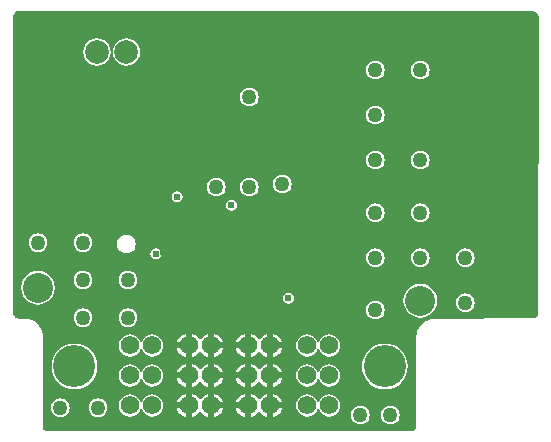
<source format=gbr>
%TF.GenerationSoftware,Altium Limited,Altium Designer,24.2.2 (26)*%
G04 Layer_Physical_Order=3*
G04 Layer_Color=16440176*
%FSLAX45Y45*%
%MOMM*%
%TF.SameCoordinates,E368293F-65CA-4DDE-B1C5-A9725366A021*%
%TF.FilePolarity,Positive*%
%TF.FileFunction,Copper,L3,Inr,Signal*%
%TF.Part,Single*%
G01*
G75*
%TA.AperFunction,ComponentPad*%
%ADD24C,2.54000*%
%ADD25C,2.00000*%
%ADD26C,3.56000*%
%ADD27C,1.56000*%
%TA.AperFunction,ViaPad*%
%ADD28C,1.27000*%
%ADD29C,0.60960*%
%ADD30C,0.71120*%
G36*
X5008849Y3549926D02*
X5008865Y3549929D01*
X5008880Y3549926D01*
X5014292D01*
X5024908Y3547814D01*
X5034907Y3543672D01*
X5043908Y3537658D01*
X5051562Y3530005D01*
X5057576Y3521004D01*
X5061718Y3511005D01*
X5063829Y3500388D01*
Y3495031D01*
X5061213Y991354D01*
X5061218Y991327D01*
X5061213Y991300D01*
Y986987D01*
X5059530Y978525D01*
X5056228Y970554D01*
X5051435Y963381D01*
X5045334Y957279D01*
X5038161Y952486D01*
X5030190Y949185D01*
X5021729Y947502D01*
X5017414D01*
X5017285Y947476D01*
X5017156Y947501D01*
X4183121Y943333D01*
X4181985Y943101D01*
X4180837Y943271D01*
X4170879Y942782D01*
X4167156Y941849D01*
X4163317D01*
X4143783Y937964D01*
X4139069Y936012D01*
X4134066Y935016D01*
X4115665Y927395D01*
X4111424Y924561D01*
X4106711Y922608D01*
X4090150Y911543D01*
X4086543Y907936D01*
X4082301Y905102D01*
X4068218Y891018D01*
X4065385Y886777D01*
X4061777Y883169D01*
X4050711Y866609D01*
X4048759Y861895D01*
X4045925Y857654D01*
X4038303Y839253D01*
X4037308Y834250D01*
X4035356Y829537D01*
X4031470Y810002D01*
Y806163D01*
X4030538Y802440D01*
X4030049Y792482D01*
X4030238Y791206D01*
X4029986Y789940D01*
Y35735D01*
X4028072Y26112D01*
X4024317Y17047D01*
X4018867Y8891D01*
X4011929Y1952D01*
X4003772Y-3498D01*
X3994708Y-7252D01*
X3985086Y-9166D01*
X3980180D01*
X3980160Y-9170D01*
X3980139Y-9166D01*
X910348Y-11596D01*
X906128D01*
X897772Y-9934D01*
X889899Y-6673D01*
X882816Y-1940D01*
X876791Y4085D01*
X872056Y11170D01*
X868796Y19041D01*
X867134Y27398D01*
Y788638D01*
X867073Y788943D01*
X867690Y793102D01*
X867200Y803060D01*
X866268Y806783D01*
Y810621D01*
X862382Y830156D01*
X860430Y834869D01*
X859435Y839872D01*
X851813Y858273D01*
X848979Y862515D01*
X847027Y867228D01*
X835961Y883788D01*
X832354Y887396D01*
X829520Y891637D01*
X815437Y905720D01*
X811196Y908554D01*
X807588Y912162D01*
X791028Y923227D01*
X786314Y925180D01*
X782073Y928014D01*
X763672Y935635D01*
X758669Y936631D01*
X753955Y938583D01*
X734421Y942468D01*
X730582D01*
X726859Y943401D01*
X716901Y943890D01*
X715624Y943701D01*
X714358Y943953D01*
X661194D01*
X651572Y945867D01*
X642508Y949621D01*
X634352Y955071D01*
X627415Y962008D01*
X621965Y970165D01*
X618211Y979228D01*
X616297Y988850D01*
Y993755D01*
X616295Y993762D01*
X616297Y993768D01*
X615674Y3497593D01*
Y3502992D01*
X617785Y3513607D01*
X621928Y3523608D01*
X627941Y3532608D01*
X635595Y3540262D01*
X644595Y3546275D01*
X654596Y3550418D01*
X665212Y3552530D01*
X670593D01*
X5008849Y3549926D01*
D02*
G37*
%LPC*%
G36*
X1574800Y3316634D02*
X1544716Y3312674D01*
X1516683Y3301062D01*
X1492610Y3282590D01*
X1474138Y3258517D01*
X1462526Y3230484D01*
X1458566Y3200400D01*
X1462526Y3170316D01*
X1474138Y3142283D01*
X1492610Y3118210D01*
X1516683Y3099738D01*
X1544716Y3088126D01*
X1574800Y3084166D01*
X1604884Y3088126D01*
X1632917Y3099738D01*
X1656990Y3118210D01*
X1675462Y3142283D01*
X1687074Y3170316D01*
X1691034Y3200400D01*
X1687074Y3230484D01*
X1675462Y3258517D01*
X1656990Y3282590D01*
X1632917Y3301062D01*
X1604884Y3312674D01*
X1574800Y3316634D01*
D02*
G37*
G36*
X1324800D02*
X1294716Y3312674D01*
X1266683Y3301062D01*
X1242610Y3282590D01*
X1224138Y3258517D01*
X1212526Y3230484D01*
X1208566Y3200400D01*
X1212526Y3170316D01*
X1224138Y3142283D01*
X1242610Y3118210D01*
X1266683Y3099738D01*
X1294716Y3088126D01*
X1324800Y3084166D01*
X1354884Y3088126D01*
X1382917Y3099738D01*
X1406990Y3118210D01*
X1425462Y3142283D01*
X1437074Y3170316D01*
X1441034Y3200400D01*
X1437074Y3230484D01*
X1425462Y3258517D01*
X1406990Y3282590D01*
X1382917Y3301062D01*
X1354884Y3312674D01*
X1324800Y3316634D01*
D02*
G37*
G36*
X4064000Y3127419D02*
X4043445Y3124713D01*
X4024290Y3116779D01*
X4007842Y3104158D01*
X3995221Y3087710D01*
X3987287Y3068555D01*
X3984581Y3048000D01*
X3987287Y3027445D01*
X3995221Y3008290D01*
X4007842Y2991842D01*
X4024290Y2979221D01*
X4043445Y2971287D01*
X4064000Y2968581D01*
X4084555Y2971287D01*
X4103710Y2979221D01*
X4120158Y2991842D01*
X4132779Y3008290D01*
X4140713Y3027445D01*
X4143419Y3048000D01*
X4140713Y3068555D01*
X4132779Y3087710D01*
X4120158Y3104158D01*
X4103710Y3116779D01*
X4084555Y3124713D01*
X4064000Y3127419D01*
D02*
G37*
G36*
X3683000D02*
X3662445Y3124713D01*
X3643290Y3116779D01*
X3626842Y3104158D01*
X3614221Y3087710D01*
X3606287Y3068555D01*
X3603581Y3048000D01*
X3606287Y3027445D01*
X3614221Y3008290D01*
X3626842Y2991842D01*
X3643290Y2979221D01*
X3662445Y2971287D01*
X3683000Y2968581D01*
X3703555Y2971287D01*
X3722710Y2979221D01*
X3739158Y2991842D01*
X3751779Y3008290D01*
X3759713Y3027445D01*
X3762419Y3048000D01*
X3759713Y3068555D01*
X3751779Y3087710D01*
X3739158Y3104158D01*
X3722710Y3116779D01*
X3703555Y3124713D01*
X3683000Y3127419D01*
D02*
G37*
G36*
X2616200Y2898819D02*
X2595645Y2896113D01*
X2576490Y2888179D01*
X2560042Y2875558D01*
X2547421Y2859110D01*
X2539487Y2839955D01*
X2536781Y2819400D01*
X2539487Y2798845D01*
X2547421Y2779690D01*
X2560042Y2763242D01*
X2576490Y2750621D01*
X2595645Y2742687D01*
X2616200Y2739981D01*
X2636755Y2742687D01*
X2655910Y2750621D01*
X2672358Y2763242D01*
X2684979Y2779690D01*
X2692913Y2798845D01*
X2695619Y2819400D01*
X2692913Y2839955D01*
X2684979Y2859110D01*
X2672358Y2875558D01*
X2655910Y2888179D01*
X2636755Y2896113D01*
X2616200Y2898819D01*
D02*
G37*
G36*
X3683000Y2746419D02*
X3662445Y2743713D01*
X3643290Y2735779D01*
X3626842Y2723158D01*
X3614221Y2706710D01*
X3606287Y2687555D01*
X3603581Y2667000D01*
X3606287Y2646445D01*
X3614221Y2627290D01*
X3626842Y2610842D01*
X3643290Y2598221D01*
X3662445Y2590287D01*
X3683000Y2587581D01*
X3703555Y2590287D01*
X3722710Y2598221D01*
X3739158Y2610842D01*
X3751779Y2627290D01*
X3759713Y2646445D01*
X3762419Y2667000D01*
X3759713Y2687555D01*
X3751779Y2706710D01*
X3739158Y2723158D01*
X3722710Y2735779D01*
X3703555Y2743713D01*
X3683000Y2746419D01*
D02*
G37*
G36*
X4064000Y2365419D02*
X4043445Y2362713D01*
X4024290Y2354779D01*
X4007842Y2342158D01*
X3995221Y2325710D01*
X3987287Y2306555D01*
X3984581Y2286000D01*
X3987287Y2265445D01*
X3995221Y2246290D01*
X4007842Y2229842D01*
X4024290Y2217221D01*
X4043445Y2209287D01*
X4064000Y2206581D01*
X4084555Y2209287D01*
X4103710Y2217221D01*
X4120158Y2229842D01*
X4132779Y2246290D01*
X4140713Y2265445D01*
X4143419Y2286000D01*
X4140713Y2306555D01*
X4132779Y2325710D01*
X4120158Y2342158D01*
X4103710Y2354779D01*
X4084555Y2362713D01*
X4064000Y2365419D01*
D02*
G37*
G36*
X3683000D02*
X3662445Y2362713D01*
X3643290Y2354779D01*
X3626842Y2342158D01*
X3614221Y2325710D01*
X3606287Y2306555D01*
X3603581Y2286000D01*
X3606287Y2265445D01*
X3614221Y2246290D01*
X3626842Y2229842D01*
X3643290Y2217221D01*
X3662445Y2209287D01*
X3683000Y2206581D01*
X3703555Y2209287D01*
X3722710Y2217221D01*
X3739158Y2229842D01*
X3751779Y2246290D01*
X3759713Y2265445D01*
X3762419Y2286000D01*
X3759713Y2306555D01*
X3751779Y2325710D01*
X3739158Y2342158D01*
X3722710Y2354779D01*
X3703555Y2362713D01*
X3683000Y2365419D01*
D02*
G37*
G36*
X2895600Y2162219D02*
X2875045Y2159513D01*
X2855890Y2151579D01*
X2839442Y2138958D01*
X2826821Y2122510D01*
X2818887Y2103355D01*
X2816181Y2082800D01*
X2818887Y2062245D01*
X2826821Y2043090D01*
X2839442Y2026642D01*
X2855890Y2014021D01*
X2875045Y2006087D01*
X2895600Y2003381D01*
X2916155Y2006087D01*
X2935310Y2014021D01*
X2951758Y2026642D01*
X2964379Y2043090D01*
X2972313Y2062245D01*
X2975019Y2082800D01*
X2972313Y2103355D01*
X2964379Y2122510D01*
X2951758Y2138958D01*
X2935310Y2151579D01*
X2916155Y2159513D01*
X2895600Y2162219D01*
D02*
G37*
G36*
X2616200Y2136819D02*
X2595645Y2134113D01*
X2576490Y2126179D01*
X2560042Y2113558D01*
X2547421Y2097110D01*
X2539487Y2077955D01*
X2536781Y2057400D01*
X2539487Y2036845D01*
X2547421Y2017690D01*
X2560042Y2001242D01*
X2576490Y1988621D01*
X2595645Y1980687D01*
X2616200Y1977981D01*
X2636755Y1980687D01*
X2655910Y1988621D01*
X2672358Y2001242D01*
X2684979Y2017690D01*
X2692913Y2036845D01*
X2695619Y2057400D01*
X2692913Y2077955D01*
X2684979Y2097110D01*
X2672358Y2113558D01*
X2655910Y2126179D01*
X2636755Y2134113D01*
X2616200Y2136819D01*
D02*
G37*
G36*
X2336800D02*
X2316245Y2134113D01*
X2297090Y2126179D01*
X2280642Y2113558D01*
X2268021Y2097110D01*
X2260087Y2077955D01*
X2257381Y2057400D01*
X2260087Y2036845D01*
X2268021Y2017690D01*
X2280642Y2001242D01*
X2297090Y1988621D01*
X2316245Y1980687D01*
X2336800Y1977981D01*
X2357355Y1980687D01*
X2376510Y1988621D01*
X2392958Y2001242D01*
X2405579Y2017690D01*
X2413513Y2036845D01*
X2416219Y2057400D01*
X2413513Y2077955D01*
X2405579Y2097110D01*
X2392958Y2113558D01*
X2376510Y2126179D01*
X2357355Y2134113D01*
X2336800Y2136819D01*
D02*
G37*
G36*
X2004196Y2021788D02*
X1986357Y2018240D01*
X1971234Y2008135D01*
X1961129Y1993012D01*
X1957581Y1975173D01*
X1961129Y1957334D01*
X1971234Y1942210D01*
X1986357Y1932105D01*
X2004196Y1928557D01*
X2022035Y1932105D01*
X2037158Y1942210D01*
X2047264Y1957334D01*
X2050812Y1975173D01*
X2047264Y1993012D01*
X2037158Y2008135D01*
X2022035Y2018240D01*
X2004196Y2021788D01*
D02*
G37*
G36*
X2463800Y1951616D02*
X2445961Y1948067D01*
X2430838Y1937962D01*
X2420733Y1922839D01*
X2417184Y1905000D01*
X2420733Y1887161D01*
X2430838Y1872038D01*
X2445961Y1861933D01*
X2463800Y1858384D01*
X2481639Y1861933D01*
X2496762Y1872038D01*
X2506867Y1887161D01*
X2510416Y1905000D01*
X2506867Y1922839D01*
X2496762Y1937962D01*
X2481639Y1948067D01*
X2463800Y1951616D01*
D02*
G37*
G36*
X4064000Y1920919D02*
X4043445Y1918213D01*
X4024290Y1910279D01*
X4007842Y1897658D01*
X3995221Y1881210D01*
X3987287Y1862055D01*
X3984581Y1841500D01*
X3987287Y1820945D01*
X3995221Y1801790D01*
X4007842Y1785342D01*
X4024290Y1772721D01*
X4043445Y1764787D01*
X4064000Y1762081D01*
X4084555Y1764787D01*
X4103710Y1772721D01*
X4120158Y1785342D01*
X4132779Y1801790D01*
X4140713Y1820945D01*
X4143419Y1841500D01*
X4140713Y1862055D01*
X4132779Y1881210D01*
X4120158Y1897658D01*
X4103710Y1910279D01*
X4084555Y1918213D01*
X4064000Y1920919D01*
D02*
G37*
G36*
X3683000D02*
X3662445Y1918213D01*
X3643290Y1910279D01*
X3626842Y1897658D01*
X3614221Y1881210D01*
X3606287Y1862055D01*
X3603581Y1841500D01*
X3606287Y1820945D01*
X3614221Y1801790D01*
X3626842Y1785342D01*
X3643290Y1772721D01*
X3662445Y1764787D01*
X3683000Y1762081D01*
X3703555Y1764787D01*
X3722710Y1772721D01*
X3739158Y1785342D01*
X3751779Y1801790D01*
X3759713Y1820945D01*
X3762419Y1841500D01*
X3759713Y1862055D01*
X3751779Y1881210D01*
X3739158Y1897658D01*
X3722710Y1910279D01*
X3703555Y1918213D01*
X3683000Y1920919D01*
D02*
G37*
G36*
X1206500Y1666919D02*
X1185945Y1664213D01*
X1166790Y1656279D01*
X1150342Y1643658D01*
X1137721Y1627210D01*
X1129787Y1608055D01*
X1127081Y1587500D01*
X1129787Y1566945D01*
X1137721Y1547790D01*
X1150342Y1531342D01*
X1166790Y1518721D01*
X1185945Y1510787D01*
X1206500Y1508081D01*
X1227055Y1510787D01*
X1246210Y1518721D01*
X1262658Y1531342D01*
X1275279Y1547790D01*
X1283213Y1566945D01*
X1285919Y1587500D01*
X1283213Y1608055D01*
X1275279Y1627210D01*
X1262658Y1643658D01*
X1246210Y1656279D01*
X1227055Y1664213D01*
X1206500Y1666919D01*
D02*
G37*
G36*
X825500D02*
X804945Y1664213D01*
X785790Y1656279D01*
X769342Y1643658D01*
X756721Y1627210D01*
X748787Y1608055D01*
X746081Y1587500D01*
X748787Y1566945D01*
X756721Y1547790D01*
X769342Y1531342D01*
X785790Y1518721D01*
X804945Y1510787D01*
X825500Y1508081D01*
X846055Y1510787D01*
X865210Y1518721D01*
X881658Y1531342D01*
X894279Y1547790D01*
X902213Y1566945D01*
X904919Y1587500D01*
X902213Y1608055D01*
X894279Y1627210D01*
X881658Y1643658D01*
X865210Y1656279D01*
X846055Y1664213D01*
X825500Y1666919D01*
D02*
G37*
G36*
X1574800Y1654219D02*
X1554245Y1651513D01*
X1535090Y1643579D01*
X1518642Y1630958D01*
X1506021Y1614510D01*
X1498087Y1595355D01*
X1495381Y1574800D01*
X1498087Y1554245D01*
X1506021Y1535090D01*
X1518642Y1518642D01*
X1535090Y1506021D01*
X1554245Y1498087D01*
X1574800Y1495381D01*
X1595355Y1498087D01*
X1614510Y1506021D01*
X1630958Y1518642D01*
X1643579Y1535090D01*
X1651513Y1554245D01*
X1654219Y1574800D01*
X1651513Y1595355D01*
X1643579Y1614510D01*
X1630958Y1630958D01*
X1614510Y1643579D01*
X1595355Y1651513D01*
X1574800Y1654219D01*
D02*
G37*
G36*
X1823714Y1539443D02*
X1805875Y1535895D01*
X1790752Y1525790D01*
X1780647Y1510667D01*
X1777098Y1492828D01*
X1780647Y1474989D01*
X1790752Y1459866D01*
X1805875Y1449761D01*
X1823714Y1446212D01*
X1841553Y1449761D01*
X1856676Y1459866D01*
X1866781Y1474989D01*
X1870330Y1492828D01*
X1866781Y1510667D01*
X1856676Y1525790D01*
X1841553Y1535895D01*
X1823714Y1539443D01*
D02*
G37*
G36*
X4445000Y1539919D02*
X4424445Y1537213D01*
X4405290Y1529279D01*
X4388842Y1516658D01*
X4376221Y1500210D01*
X4368287Y1481055D01*
X4365581Y1460500D01*
X4368287Y1439945D01*
X4376221Y1420790D01*
X4388842Y1404342D01*
X4405290Y1391721D01*
X4424445Y1383787D01*
X4445000Y1381081D01*
X4465555Y1383787D01*
X4484710Y1391721D01*
X4501158Y1404342D01*
X4513779Y1420790D01*
X4521713Y1439945D01*
X4524419Y1460500D01*
X4521713Y1481055D01*
X4513779Y1500210D01*
X4501158Y1516658D01*
X4484710Y1529279D01*
X4465555Y1537213D01*
X4445000Y1539919D01*
D02*
G37*
G36*
X4064000D02*
X4043445Y1537213D01*
X4024290Y1529279D01*
X4007842Y1516658D01*
X3995221Y1500210D01*
X3987287Y1481055D01*
X3984581Y1460500D01*
X3987287Y1439945D01*
X3995221Y1420790D01*
X4007842Y1404342D01*
X4024290Y1391721D01*
X4043445Y1383787D01*
X4064000Y1381081D01*
X4084555Y1383787D01*
X4103710Y1391721D01*
X4120158Y1404342D01*
X4132779Y1420790D01*
X4140713Y1439945D01*
X4143419Y1460500D01*
X4140713Y1481055D01*
X4132779Y1500210D01*
X4120158Y1516658D01*
X4103710Y1529279D01*
X4084555Y1537213D01*
X4064000Y1539919D01*
D02*
G37*
G36*
X3683000D02*
X3662445Y1537213D01*
X3643290Y1529279D01*
X3626842Y1516658D01*
X3614221Y1500210D01*
X3606287Y1481055D01*
X3603581Y1460500D01*
X3606287Y1439945D01*
X3614221Y1420790D01*
X3626842Y1404342D01*
X3643290Y1391721D01*
X3662445Y1383787D01*
X3683000Y1381081D01*
X3703555Y1383787D01*
X3722710Y1391721D01*
X3739158Y1404342D01*
X3751779Y1420790D01*
X3759713Y1439945D01*
X3762419Y1460500D01*
X3759713Y1481055D01*
X3751779Y1500210D01*
X3739158Y1516658D01*
X3722710Y1529279D01*
X3703555Y1537213D01*
X3683000Y1539919D01*
D02*
G37*
G36*
X1587500Y1349419D02*
X1566945Y1346713D01*
X1547790Y1338779D01*
X1531342Y1326158D01*
X1518721Y1309710D01*
X1510787Y1290555D01*
X1508081Y1270000D01*
X1510787Y1249445D01*
X1518721Y1230290D01*
X1531342Y1213842D01*
X1547790Y1201221D01*
X1566945Y1193287D01*
X1587500Y1190581D01*
X1608055Y1193287D01*
X1627210Y1201221D01*
X1643658Y1213842D01*
X1656279Y1230290D01*
X1664213Y1249445D01*
X1666919Y1270000D01*
X1664213Y1290555D01*
X1656279Y1309710D01*
X1643658Y1326158D01*
X1627210Y1338779D01*
X1608055Y1346713D01*
X1587500Y1349419D01*
D02*
G37*
G36*
X1206500D02*
X1185945Y1346713D01*
X1166790Y1338779D01*
X1150342Y1326158D01*
X1137721Y1309710D01*
X1129787Y1290555D01*
X1127081Y1270000D01*
X1129787Y1249445D01*
X1137721Y1230290D01*
X1150342Y1213842D01*
X1166790Y1201221D01*
X1185945Y1193287D01*
X1206500Y1190581D01*
X1227055Y1193287D01*
X1246210Y1201221D01*
X1262658Y1213842D01*
X1275279Y1230290D01*
X1283213Y1249445D01*
X1285919Y1270000D01*
X1283213Y1290555D01*
X1275279Y1309710D01*
X1262658Y1326158D01*
X1246210Y1338779D01*
X1227055Y1346713D01*
X1206500Y1349419D01*
D02*
G37*
G36*
X2946400Y1164216D02*
X2928561Y1160667D01*
X2913438Y1150562D01*
X2903333Y1135439D01*
X2899784Y1117600D01*
X2903333Y1099761D01*
X2913438Y1084638D01*
X2928561Y1074533D01*
X2946400Y1070984D01*
X2964239Y1074533D01*
X2979362Y1084638D01*
X2989467Y1099761D01*
X2993016Y1117600D01*
X2989467Y1135439D01*
X2979362Y1150562D01*
X2964239Y1160667D01*
X2946400Y1164216D01*
D02*
G37*
G36*
X825500Y1349967D02*
X788368Y1345079D01*
X753766Y1330746D01*
X724053Y1307947D01*
X701254Y1278234D01*
X686921Y1243632D01*
X682033Y1206500D01*
X686921Y1169368D01*
X701254Y1134766D01*
X724053Y1105053D01*
X753766Y1082254D01*
X788368Y1067921D01*
X825500Y1063033D01*
X862632Y1067921D01*
X897234Y1082254D01*
X926947Y1105053D01*
X949746Y1134766D01*
X964079Y1169368D01*
X968967Y1206500D01*
X964079Y1243632D01*
X949746Y1278234D01*
X926947Y1307947D01*
X897234Y1330746D01*
X862632Y1345079D01*
X825500Y1349967D01*
D02*
G37*
G36*
X4445000Y1158919D02*
X4424445Y1156213D01*
X4405290Y1148279D01*
X4388842Y1135658D01*
X4376221Y1119210D01*
X4368287Y1100055D01*
X4365581Y1079500D01*
X4368287Y1058945D01*
X4376221Y1039790D01*
X4388842Y1023342D01*
X4405290Y1010721D01*
X4424445Y1002787D01*
X4445000Y1000081D01*
X4465555Y1002787D01*
X4484710Y1010721D01*
X4501158Y1023342D01*
X4513779Y1039790D01*
X4521713Y1058945D01*
X4524419Y1079500D01*
X4521713Y1100055D01*
X4513779Y1119210D01*
X4501158Y1135658D01*
X4484710Y1148279D01*
X4465555Y1156213D01*
X4445000Y1158919D01*
D02*
G37*
G36*
X4064000Y1238207D02*
X4026868Y1233319D01*
X3992266Y1218986D01*
X3962553Y1196187D01*
X3939754Y1166474D01*
X3925421Y1131872D01*
X3920533Y1094740D01*
X3925421Y1057608D01*
X3939754Y1023006D01*
X3962553Y993293D01*
X3992266Y970494D01*
X4026868Y956161D01*
X4064000Y951273D01*
X4101132Y956161D01*
X4135734Y970494D01*
X4165447Y993293D01*
X4188246Y1023006D01*
X4202579Y1057608D01*
X4207467Y1094740D01*
X4202579Y1131872D01*
X4188246Y1166474D01*
X4165447Y1196187D01*
X4135734Y1218986D01*
X4101132Y1233319D01*
X4064000Y1238207D01*
D02*
G37*
G36*
X3683000Y1095419D02*
X3662445Y1092713D01*
X3643290Y1084779D01*
X3626842Y1072158D01*
X3614221Y1055710D01*
X3606287Y1036555D01*
X3603581Y1016000D01*
X3606287Y995445D01*
X3614221Y976290D01*
X3626842Y959842D01*
X3643290Y947221D01*
X3662445Y939287D01*
X3683000Y936581D01*
X3703555Y939287D01*
X3722710Y947221D01*
X3739158Y959842D01*
X3751779Y976290D01*
X3759713Y995445D01*
X3762419Y1016000D01*
X3759713Y1036555D01*
X3751779Y1055710D01*
X3739158Y1072158D01*
X3722710Y1084779D01*
X3703555Y1092713D01*
X3683000Y1095419D01*
D02*
G37*
G36*
X1587500Y1031919D02*
X1566945Y1029213D01*
X1547790Y1021279D01*
X1531342Y1008658D01*
X1518721Y992210D01*
X1510787Y973055D01*
X1508081Y952500D01*
X1510787Y931945D01*
X1518721Y912790D01*
X1531342Y896342D01*
X1547790Y883721D01*
X1566945Y875787D01*
X1587500Y873081D01*
X1608055Y875787D01*
X1627210Y883721D01*
X1643658Y896342D01*
X1656279Y912790D01*
X1664213Y931945D01*
X1666919Y952500D01*
X1664213Y973055D01*
X1656279Y992210D01*
X1643658Y1008658D01*
X1627210Y1021279D01*
X1608055Y1029213D01*
X1587500Y1031919D01*
D02*
G37*
G36*
X1206500D02*
X1185945Y1029213D01*
X1166790Y1021279D01*
X1150342Y1008658D01*
X1137721Y992210D01*
X1129787Y973055D01*
X1127081Y952500D01*
X1129787Y931945D01*
X1137721Y912790D01*
X1150342Y896342D01*
X1166790Y883721D01*
X1185945Y875787D01*
X1206500Y873081D01*
X1227055Y875787D01*
X1246210Y883721D01*
X1262658Y896342D01*
X1275279Y912790D01*
X1283213Y931945D01*
X1285919Y952500D01*
X1283213Y973055D01*
X1275279Y992210D01*
X1262658Y1008658D01*
X1246210Y1021279D01*
X1227055Y1029213D01*
X1206500Y1031919D01*
D02*
G37*
G36*
X2767310Y817748D02*
X2765717Y817538D01*
X2740564Y807120D01*
X2718965Y790546D01*
X2706399Y774170D01*
X2705092Y773569D01*
X2692329D01*
X2691021Y774170D01*
X2678456Y790546D01*
X2656856Y807120D01*
X2631703Y817538D01*
X2630110Y817748D01*
Y716800D01*
Y615852D01*
X2631703Y616062D01*
X2656856Y626480D01*
X2678456Y643054D01*
X2691021Y659430D01*
X2692329Y660031D01*
X2705092D01*
X2706399Y659430D01*
X2718965Y643054D01*
X2740564Y626480D01*
X2765717Y616062D01*
X2767310Y615852D01*
Y716800D01*
Y817748D01*
D02*
G37*
G36*
X2267310D02*
X2265717Y817538D01*
X2240564Y807120D01*
X2218965Y790546D01*
X2206399Y774170D01*
X2205092Y773569D01*
X2192329D01*
X2191021Y774170D01*
X2178456Y790546D01*
X2156856Y807120D01*
X2131703Y817538D01*
X2130110Y817748D01*
Y716800D01*
Y615852D01*
X2131703Y616062D01*
X2156856Y626480D01*
X2178456Y643054D01*
X2191021Y659430D01*
X2192329Y660031D01*
X2205092D01*
X2206399Y659430D01*
X2218965Y643054D01*
X2240564Y626480D01*
X2265717Y616062D01*
X2267310Y615852D01*
Y716800D01*
Y817748D01*
D02*
G37*
G36*
X3292710Y810844D02*
X3268370Y807640D01*
X3245688Y798245D01*
X3226211Y783299D01*
X3211265Y763822D01*
X3205583Y750105D01*
X3191837D01*
X3186155Y763822D01*
X3171210Y783299D01*
X3151732Y798245D01*
X3129051Y807640D01*
X3104710Y810844D01*
X3080370Y807640D01*
X3057688Y798245D01*
X3038211Y783299D01*
X3023265Y763822D01*
X3013870Y741141D01*
X3010666Y716800D01*
X3013870Y692459D01*
X3023265Y669778D01*
X3038211Y650300D01*
X3057688Y635355D01*
X3080370Y625960D01*
X3104710Y622755D01*
X3129051Y625960D01*
X3151732Y635355D01*
X3171210Y650300D01*
X3186155Y669778D01*
X3191837Y683495D01*
X3205583D01*
X3211265Y669778D01*
X3226211Y650300D01*
X3245688Y635355D01*
X3268370Y625960D01*
X3292710Y622755D01*
X3317051Y625960D01*
X3339732Y635355D01*
X3359210Y650300D01*
X3374155Y669778D01*
X3383550Y692459D01*
X3386755Y716800D01*
X3383550Y741141D01*
X3374155Y763822D01*
X3359210Y783299D01*
X3339732Y798245D01*
X3317051Y807640D01*
X3292710Y810844D01*
D02*
G37*
G36*
X1792710D02*
X1768370Y807640D01*
X1745688Y798245D01*
X1726211Y783299D01*
X1711265Y763822D01*
X1705583Y750105D01*
X1691837D01*
X1686155Y763822D01*
X1671210Y783299D01*
X1651732Y798245D01*
X1629051Y807640D01*
X1604710Y810844D01*
X1580369Y807640D01*
X1557688Y798245D01*
X1538211Y783299D01*
X1523265Y763822D01*
X1513870Y741141D01*
X1510666Y716800D01*
X1513870Y692459D01*
X1523265Y669778D01*
X1538211Y650300D01*
X1557688Y635355D01*
X1580369Y625960D01*
X1604710Y622755D01*
X1629051Y625960D01*
X1651732Y635355D01*
X1671210Y650300D01*
X1686155Y669778D01*
X1691837Y683495D01*
X1705583D01*
X1711265Y669778D01*
X1726211Y650300D01*
X1745688Y635355D01*
X1768370Y625960D01*
X1792710Y622755D01*
X1817051Y625960D01*
X1839732Y635355D01*
X1859210Y650300D01*
X1874155Y669778D01*
X1883550Y692459D01*
X1886755Y716800D01*
X1883550Y741141D01*
X1874155Y763822D01*
X1859210Y783299D01*
X1839732Y798245D01*
X1817051Y807640D01*
X1792710Y810844D01*
D02*
G37*
G36*
X2818110Y817748D02*
Y742200D01*
X2893658D01*
X2893449Y743793D01*
X2883030Y768946D01*
X2866456Y790546D01*
X2844856Y807120D01*
X2819703Y817538D01*
X2818110Y817748D01*
D02*
G37*
G36*
X2579310D02*
X2577717Y817538D01*
X2552564Y807120D01*
X2530964Y790546D01*
X2514390Y768946D01*
X2503972Y743793D01*
X2503762Y742200D01*
X2579310D01*
Y817748D01*
D02*
G37*
G36*
X2318110D02*
Y742200D01*
X2393658D01*
X2393449Y743793D01*
X2383030Y768946D01*
X2366456Y790546D01*
X2344856Y807120D01*
X2319703Y817538D01*
X2318110Y817748D01*
D02*
G37*
G36*
X2079310D02*
X2077717Y817538D01*
X2052564Y807120D01*
X2030964Y790546D01*
X2014390Y768946D01*
X2003972Y743793D01*
X2003762Y742200D01*
X2079310D01*
Y817748D01*
D02*
G37*
G36*
X2893658Y691400D02*
X2818110D01*
Y615852D01*
X2819703Y616062D01*
X2844856Y626480D01*
X2866456Y643054D01*
X2883030Y664654D01*
X2893449Y689807D01*
X2893658Y691400D01*
D02*
G37*
G36*
X2579310D02*
X2503762D01*
X2503972Y689807D01*
X2514390Y664654D01*
X2530964Y643054D01*
X2552564Y626480D01*
X2577717Y616062D01*
X2579310Y615852D01*
Y691400D01*
D02*
G37*
G36*
X2393658D02*
X2318110D01*
Y615852D01*
X2319703Y616062D01*
X2344856Y626480D01*
X2366456Y643054D01*
X2383030Y664654D01*
X2393449Y689807D01*
X2393658Y691400D01*
D02*
G37*
G36*
X2079310D02*
X2003762D01*
X2003972Y689807D01*
X2014390Y664654D01*
X2030964Y643054D01*
X2052564Y626480D01*
X2077717Y616062D01*
X2079310Y615852D01*
Y691400D01*
D02*
G37*
G36*
X2767310Y563748D02*
X2765717Y563538D01*
X2740564Y553120D01*
X2718965Y536546D01*
X2706399Y520170D01*
X2705092Y519569D01*
X2692329D01*
X2691021Y520170D01*
X2678456Y536546D01*
X2656856Y553120D01*
X2631703Y563538D01*
X2630110Y563748D01*
Y462800D01*
Y361852D01*
X2631703Y362062D01*
X2656856Y372480D01*
X2678456Y389054D01*
X2691021Y405430D01*
X2692329Y406031D01*
X2705092D01*
X2706399Y405430D01*
X2718965Y389054D01*
X2740564Y372480D01*
X2765717Y362062D01*
X2767310Y361852D01*
Y462800D01*
Y563748D01*
D02*
G37*
G36*
X2267310D02*
X2265717Y563538D01*
X2240564Y553120D01*
X2218965Y536546D01*
X2206399Y520170D01*
X2205092Y519569D01*
X2192329D01*
X2191021Y520170D01*
X2178456Y536546D01*
X2156856Y553120D01*
X2131703Y563538D01*
X2130110Y563748D01*
Y462800D01*
Y361852D01*
X2131703Y362062D01*
X2156856Y372480D01*
X2178456Y389054D01*
X2191021Y405430D01*
X2192329Y406031D01*
X2205092D01*
X2206399Y405430D01*
X2218965Y389054D01*
X2240564Y372480D01*
X2265717Y362062D01*
X2267310Y361852D01*
Y462800D01*
Y563748D01*
D02*
G37*
G36*
X3292710Y556844D02*
X3268370Y553640D01*
X3245688Y544245D01*
X3226211Y529299D01*
X3211265Y509822D01*
X3205583Y496105D01*
X3191837D01*
X3186155Y509822D01*
X3171210Y529299D01*
X3151732Y544245D01*
X3129051Y553640D01*
X3104710Y556844D01*
X3080370Y553640D01*
X3057688Y544245D01*
X3038211Y529299D01*
X3023265Y509822D01*
X3013870Y487141D01*
X3010666Y462800D01*
X3013870Y438459D01*
X3023265Y415778D01*
X3038211Y396300D01*
X3057688Y381355D01*
X3080370Y371960D01*
X3104710Y368755D01*
X3129051Y371960D01*
X3151732Y381355D01*
X3171210Y396300D01*
X3186155Y415778D01*
X3191837Y429495D01*
X3205583D01*
X3211265Y415778D01*
X3226211Y396300D01*
X3245688Y381355D01*
X3268370Y371960D01*
X3292710Y368755D01*
X3317051Y371960D01*
X3339732Y381355D01*
X3359210Y396300D01*
X3374155Y415778D01*
X3383550Y438459D01*
X3386755Y462800D01*
X3383550Y487141D01*
X3374155Y509822D01*
X3359210Y529299D01*
X3339732Y544245D01*
X3317051Y553640D01*
X3292710Y556844D01*
D02*
G37*
G36*
X1792710D02*
X1768370Y553640D01*
X1745688Y544245D01*
X1726211Y529299D01*
X1711265Y509822D01*
X1705583Y496105D01*
X1691837D01*
X1686155Y509822D01*
X1671210Y529299D01*
X1651732Y544245D01*
X1629051Y553640D01*
X1604710Y556844D01*
X1580369Y553640D01*
X1557688Y544245D01*
X1538211Y529299D01*
X1523265Y509822D01*
X1513870Y487141D01*
X1510666Y462800D01*
X1513870Y438459D01*
X1523265Y415778D01*
X1538211Y396300D01*
X1557688Y381355D01*
X1580369Y371960D01*
X1604710Y368755D01*
X1629051Y371960D01*
X1651732Y381355D01*
X1671210Y396300D01*
X1686155Y415778D01*
X1691837Y429495D01*
X1705583D01*
X1711265Y415778D01*
X1726211Y396300D01*
X1745688Y381355D01*
X1768370Y371960D01*
X1792710Y368755D01*
X1817051Y371960D01*
X1839732Y381355D01*
X1859210Y396300D01*
X1874155Y415778D01*
X1883550Y438459D01*
X1886755Y462800D01*
X1883550Y487141D01*
X1874155Y509822D01*
X1859210Y529299D01*
X1839732Y544245D01*
X1817051Y553640D01*
X1792710Y556844D01*
D02*
G37*
G36*
X2818110Y563748D02*
Y488200D01*
X2893658D01*
X2893449Y489793D01*
X2883030Y514946D01*
X2866456Y536546D01*
X2844856Y553120D01*
X2819703Y563538D01*
X2818110Y563748D01*
D02*
G37*
G36*
X2579310D02*
X2577717Y563538D01*
X2552564Y553120D01*
X2530964Y536546D01*
X2514390Y514946D01*
X2503972Y489793D01*
X2503762Y488200D01*
X2579310D01*
Y563748D01*
D02*
G37*
G36*
X2318110D02*
Y488200D01*
X2393658D01*
X2393449Y489793D01*
X2383030Y514946D01*
X2366456Y536546D01*
X2344856Y553120D01*
X2319703Y563538D01*
X2318110Y563748D01*
D02*
G37*
G36*
X2079310D02*
X2077717Y563538D01*
X2052564Y553120D01*
X2030964Y536546D01*
X2014390Y514946D01*
X2003972Y489793D01*
X2003762Y488200D01*
X2079310D01*
Y563748D01*
D02*
G37*
G36*
X2893658Y437400D02*
X2818110D01*
Y361852D01*
X2819703Y362062D01*
X2844856Y372480D01*
X2866456Y389054D01*
X2883030Y410654D01*
X2893449Y435807D01*
X2893658Y437400D01*
D02*
G37*
G36*
X2579310D02*
X2503762D01*
X2503972Y435807D01*
X2514390Y410654D01*
X2530964Y389054D01*
X2552564Y372480D01*
X2577717Y362062D01*
X2579310Y361852D01*
Y437400D01*
D02*
G37*
G36*
X2393658D02*
X2318110D01*
Y361852D01*
X2319703Y362062D01*
X2344856Y372480D01*
X2366456Y389054D01*
X2383030Y410654D01*
X2393449Y435807D01*
X2393658Y437400D01*
D02*
G37*
G36*
X2079310D02*
X2003762D01*
X2003972Y435807D01*
X2014390Y410654D01*
X2030964Y389054D01*
X2052564Y372480D01*
X2077717Y362062D01*
X2079310Y361852D01*
Y437400D01*
D02*
G37*
G36*
X3762710Y732975D02*
X3724828Y729244D01*
X3688403Y718194D01*
X3654832Y700251D01*
X3625408Y676103D01*
X3601259Y646678D01*
X3583316Y613107D01*
X3572266Y576682D01*
X3568535Y538800D01*
X3572266Y500918D01*
X3583316Y464493D01*
X3601259Y430922D01*
X3625408Y401498D01*
X3654832Y377350D01*
X3688403Y359406D01*
X3724828Y348356D01*
X3762710Y344625D01*
X3800592Y348356D01*
X3837017Y359406D01*
X3870588Y377350D01*
X3900013Y401498D01*
X3924161Y430922D01*
X3942104Y464493D01*
X3953154Y500918D01*
X3956885Y538800D01*
X3953154Y576682D01*
X3942104Y613107D01*
X3924161Y646678D01*
X3900013Y676103D01*
X3870588Y700251D01*
X3837017Y718194D01*
X3800592Y729244D01*
X3762710Y732975D01*
D02*
G37*
G36*
X1134710D02*
X1096829Y729244D01*
X1060403Y718194D01*
X1026832Y700251D01*
X997408Y676103D01*
X973260Y646678D01*
X955316Y613107D01*
X944266Y576682D01*
X940535Y538800D01*
X944266Y500918D01*
X955316Y464493D01*
X973260Y430922D01*
X997408Y401498D01*
X1026832Y377350D01*
X1060403Y359406D01*
X1096829Y348356D01*
X1134710Y344625D01*
X1172592Y348356D01*
X1209018Y359406D01*
X1242588Y377350D01*
X1272013Y401498D01*
X1296161Y430922D01*
X1314104Y464493D01*
X1325154Y500918D01*
X1328885Y538800D01*
X1325154Y576682D01*
X1314104Y613107D01*
X1296161Y646678D01*
X1272013Y676103D01*
X1242588Y700251D01*
X1209018Y718194D01*
X1172592Y729244D01*
X1134710Y732975D01*
D02*
G37*
G36*
X2767310Y309748D02*
X2765717Y309538D01*
X2740564Y299120D01*
X2718965Y282546D01*
X2706399Y266170D01*
X2705092Y265569D01*
X2692329D01*
X2691021Y266170D01*
X2678456Y282546D01*
X2656856Y299120D01*
X2631703Y309538D01*
X2630110Y309748D01*
Y208800D01*
Y107852D01*
X2631703Y108062D01*
X2656856Y118480D01*
X2678456Y135054D01*
X2691021Y151430D01*
X2692329Y152031D01*
X2705092D01*
X2706399Y151430D01*
X2718965Y135054D01*
X2740564Y118480D01*
X2765717Y108062D01*
X2767310Y107852D01*
Y208800D01*
Y309748D01*
D02*
G37*
G36*
X2267310D02*
X2265717Y309538D01*
X2240564Y299120D01*
X2218965Y282546D01*
X2206399Y266170D01*
X2205092Y265569D01*
X2192329D01*
X2191021Y266170D01*
X2178456Y282546D01*
X2156856Y299120D01*
X2131703Y309538D01*
X2130110Y309748D01*
Y208800D01*
Y107852D01*
X2131703Y108062D01*
X2156856Y118480D01*
X2178456Y135054D01*
X2191021Y151430D01*
X2192329Y152031D01*
X2205092D01*
X2206399Y151430D01*
X2218965Y135054D01*
X2240564Y118480D01*
X2265717Y108062D01*
X2267310Y107852D01*
Y208800D01*
Y309748D01*
D02*
G37*
G36*
X3292710Y302844D02*
X3268370Y299640D01*
X3245688Y290245D01*
X3226211Y275299D01*
X3211265Y255822D01*
X3205583Y242105D01*
X3191837D01*
X3186155Y255822D01*
X3171210Y275299D01*
X3151732Y290245D01*
X3129051Y299640D01*
X3104710Y302844D01*
X3080370Y299640D01*
X3057688Y290245D01*
X3038211Y275299D01*
X3023265Y255822D01*
X3013870Y233141D01*
X3010666Y208800D01*
X3013870Y184459D01*
X3023265Y161778D01*
X3038211Y142300D01*
X3057688Y127355D01*
X3080370Y117960D01*
X3104710Y114755D01*
X3129051Y117960D01*
X3151732Y127355D01*
X3171210Y142300D01*
X3186155Y161778D01*
X3191837Y175495D01*
X3205583D01*
X3211265Y161778D01*
X3226211Y142300D01*
X3245688Y127355D01*
X3268370Y117960D01*
X3292710Y114755D01*
X3317051Y117960D01*
X3339732Y127355D01*
X3359210Y142300D01*
X3374155Y161778D01*
X3383550Y184459D01*
X3386755Y208800D01*
X3383550Y233141D01*
X3374155Y255822D01*
X3359210Y275299D01*
X3339732Y290245D01*
X3317051Y299640D01*
X3292710Y302844D01*
D02*
G37*
G36*
X1792710D02*
X1768370Y299640D01*
X1745688Y290245D01*
X1726211Y275299D01*
X1711265Y255822D01*
X1705583Y242105D01*
X1691837D01*
X1686155Y255822D01*
X1671210Y275299D01*
X1651732Y290245D01*
X1629051Y299640D01*
X1604710Y302844D01*
X1580369Y299640D01*
X1557688Y290245D01*
X1538211Y275299D01*
X1523265Y255822D01*
X1513870Y233141D01*
X1510666Y208800D01*
X1513870Y184459D01*
X1523265Y161778D01*
X1538211Y142300D01*
X1557688Y127355D01*
X1580369Y117960D01*
X1604710Y114755D01*
X1629051Y117960D01*
X1651732Y127355D01*
X1671210Y142300D01*
X1686155Y161778D01*
X1691837Y175495D01*
X1705583D01*
X1711265Y161778D01*
X1726211Y142300D01*
X1745688Y127355D01*
X1768370Y117960D01*
X1792710Y114755D01*
X1817051Y117960D01*
X1839732Y127355D01*
X1859210Y142300D01*
X1874155Y161778D01*
X1883550Y184459D01*
X1886755Y208800D01*
X1883550Y233141D01*
X1874155Y255822D01*
X1859210Y275299D01*
X1839732Y290245D01*
X1817051Y299640D01*
X1792710Y302844D01*
D02*
G37*
G36*
X2818110Y309748D02*
Y234200D01*
X2893658D01*
X2893449Y235793D01*
X2883030Y260946D01*
X2866456Y282546D01*
X2844856Y299120D01*
X2819703Y309538D01*
X2818110Y309748D01*
D02*
G37*
G36*
X2579310D02*
X2577717Y309538D01*
X2552564Y299120D01*
X2530964Y282546D01*
X2514390Y260946D01*
X2503972Y235793D01*
X2503762Y234200D01*
X2579310D01*
Y309748D01*
D02*
G37*
G36*
X2318110D02*
Y234200D01*
X2393658D01*
X2393449Y235793D01*
X2383030Y260946D01*
X2366456Y282546D01*
X2344856Y299120D01*
X2319703Y309538D01*
X2318110Y309748D01*
D02*
G37*
G36*
X2079310D02*
X2077717Y309538D01*
X2052564Y299120D01*
X2030964Y282546D01*
X2014390Y260946D01*
X2003972Y235793D01*
X2003762Y234200D01*
X2079310D01*
Y309748D01*
D02*
G37*
G36*
X1333500Y269919D02*
X1312945Y267213D01*
X1293790Y259279D01*
X1277342Y246658D01*
X1264721Y230210D01*
X1256787Y211055D01*
X1254081Y190500D01*
X1256787Y169945D01*
X1264721Y150790D01*
X1277342Y134342D01*
X1293790Y121721D01*
X1312945Y113787D01*
X1333500Y111081D01*
X1354055Y113787D01*
X1373210Y121721D01*
X1389658Y134342D01*
X1402279Y150790D01*
X1410213Y169945D01*
X1412919Y190500D01*
X1410213Y211055D01*
X1402279Y230210D01*
X1389658Y246658D01*
X1373210Y259279D01*
X1354055Y267213D01*
X1333500Y269919D01*
D02*
G37*
G36*
X1016000D02*
X995445Y267213D01*
X976290Y259279D01*
X959842Y246658D01*
X947221Y230210D01*
X939287Y211055D01*
X936581Y190500D01*
X939287Y169945D01*
X947221Y150790D01*
X959842Y134342D01*
X976290Y121721D01*
X995445Y113787D01*
X1016000Y111081D01*
X1036555Y113787D01*
X1055710Y121721D01*
X1072158Y134342D01*
X1084779Y150790D01*
X1092713Y169945D01*
X1095419Y190500D01*
X1092713Y211055D01*
X1084779Y230210D01*
X1072158Y246658D01*
X1055710Y259279D01*
X1036555Y267213D01*
X1016000Y269919D01*
D02*
G37*
G36*
X2893658Y183400D02*
X2818110D01*
Y107852D01*
X2819703Y108062D01*
X2844856Y118480D01*
X2866456Y135054D01*
X2883030Y156654D01*
X2893449Y181807D01*
X2893658Y183400D01*
D02*
G37*
G36*
X2579310D02*
X2503762D01*
X2503972Y181807D01*
X2514390Y156654D01*
X2530964Y135054D01*
X2552564Y118480D01*
X2577717Y108062D01*
X2579310Y107852D01*
Y183400D01*
D02*
G37*
G36*
X2393658D02*
X2318110D01*
Y107852D01*
X2319703Y108062D01*
X2344856Y118480D01*
X2366456Y135054D01*
X2383030Y156654D01*
X2393449Y181807D01*
X2393658Y183400D01*
D02*
G37*
G36*
X2079310D02*
X2003762D01*
X2003972Y181807D01*
X2014390Y156654D01*
X2030964Y135054D01*
X2052564Y118480D01*
X2077717Y108062D01*
X2079310Y107852D01*
Y183400D01*
D02*
G37*
G36*
X3810000Y206419D02*
X3789445Y203713D01*
X3770290Y195779D01*
X3753842Y183158D01*
X3741221Y166710D01*
X3733287Y147555D01*
X3730581Y127000D01*
X3733287Y106445D01*
X3741221Y87290D01*
X3753842Y70842D01*
X3770290Y58221D01*
X3789445Y50287D01*
X3810000Y47581D01*
X3830555Y50287D01*
X3849710Y58221D01*
X3866158Y70842D01*
X3878779Y87290D01*
X3886713Y106445D01*
X3889419Y127000D01*
X3886713Y147555D01*
X3878779Y166710D01*
X3866158Y183158D01*
X3849710Y195779D01*
X3830555Y203713D01*
X3810000Y206419D01*
D02*
G37*
G36*
X3556000D02*
X3535445Y203713D01*
X3516290Y195779D01*
X3499842Y183158D01*
X3487221Y166710D01*
X3479287Y147555D01*
X3476581Y127000D01*
X3479287Y106445D01*
X3487221Y87290D01*
X3499842Y70842D01*
X3516290Y58221D01*
X3535445Y50287D01*
X3556000Y47581D01*
X3576555Y50287D01*
X3595710Y58221D01*
X3612158Y70842D01*
X3624779Y87290D01*
X3632713Y106445D01*
X3635419Y127000D01*
X3632713Y147555D01*
X3624779Y166710D01*
X3612158Y183158D01*
X3595710Y195779D01*
X3576555Y203713D01*
X3556000Y206419D01*
D02*
G37*
%LPD*%
D24*
X1295400Y2590800D02*
D03*
X2603500Y3111500D02*
D03*
X4064000Y1094740D02*
D03*
X825500Y1206500D02*
D03*
D25*
X1324800Y3200400D02*
D03*
X1574800D02*
D03*
X1824800D02*
D03*
D26*
X3762710Y538800D02*
D03*
X1134710D02*
D03*
D27*
X1792710Y208800D02*
D03*
X1604710D02*
D03*
X1792710Y462800D02*
D03*
X1604710D02*
D03*
X1792710Y716800D02*
D03*
X1604710D02*
D03*
X3292710Y208800D02*
D03*
X3104710D02*
D03*
X3292710Y462800D02*
D03*
X3104710D02*
D03*
X3292710Y716800D02*
D03*
X3104710D02*
D03*
X2792710Y208800D02*
D03*
X2604710D02*
D03*
X2792710Y462800D02*
D03*
X2604710D02*
D03*
X2792710Y716800D02*
D03*
X2604710D02*
D03*
X2292710Y208800D02*
D03*
X2104710D02*
D03*
X2292710Y462800D02*
D03*
X2104710D02*
D03*
X2292710Y716800D02*
D03*
X2104710D02*
D03*
D28*
X4883150Y3238500D02*
D03*
Y1333500D02*
D03*
X4724400Y1016000D02*
D03*
X3295650Y3238500D02*
D03*
X3454400Y2921000D02*
D03*
Y2286000D02*
D03*
X2978150Y3238500D02*
D03*
X3136900Y1651000D02*
D03*
X2819400Y1016000D02*
D03*
X2343150Y3238500D02*
D03*
X2501900Y1016000D02*
D03*
X2025650Y3238500D02*
D03*
X1866900Y2921000D02*
D03*
X1708150Y2603500D02*
D03*
X1866900Y2286000D02*
D03*
X1073150Y3238500D02*
D03*
X1231900Y2921000D02*
D03*
X755650Y3238500D02*
D03*
X914400Y2921000D02*
D03*
X1920869Y1500052D02*
D03*
X2336800Y2057400D02*
D03*
X4978400Y3098800D02*
D03*
Y2794000D02*
D03*
Y2057400D02*
D03*
Y2413000D02*
D03*
X4846398Y1143628D02*
D03*
X4839863Y1622919D02*
D03*
X4445000Y1079500D02*
D03*
Y1460500D02*
D03*
X4064000Y3048000D02*
D03*
X3683000D02*
D03*
X3810000Y127000D02*
D03*
X3556000D02*
D03*
X1333500Y190500D02*
D03*
X1016000D02*
D03*
X1587500Y952500D02*
D03*
X1206500D02*
D03*
X825500Y1587500D02*
D03*
X1206500D02*
D03*
Y1270000D02*
D03*
X1587500D02*
D03*
X3683000Y2667000D02*
D03*
X4064000Y2286000D02*
D03*
X3683000D02*
D03*
X4064000Y1841500D02*
D03*
Y1460500D02*
D03*
X3683000Y1841500D02*
D03*
Y1460500D02*
D03*
Y1016000D02*
D03*
X2895600Y2082800D02*
D03*
X2616200Y2057400D02*
D03*
Y2819400D02*
D03*
D29*
X2004196Y1975173D02*
D03*
X1823714Y1492828D02*
D03*
X2946400Y1117600D02*
D03*
X2463800Y1905000D02*
D03*
D30*
X2266460Y1508760D02*
D03*
X2142260D02*
D03*
X2266460Y1610360D02*
D03*
X2142260D02*
D03*
X2266460Y1711960D02*
D03*
X2142260D02*
D03*
%TF.MD5,5a0727865632660d76ae9f153611d54f*%
M02*

</source>
